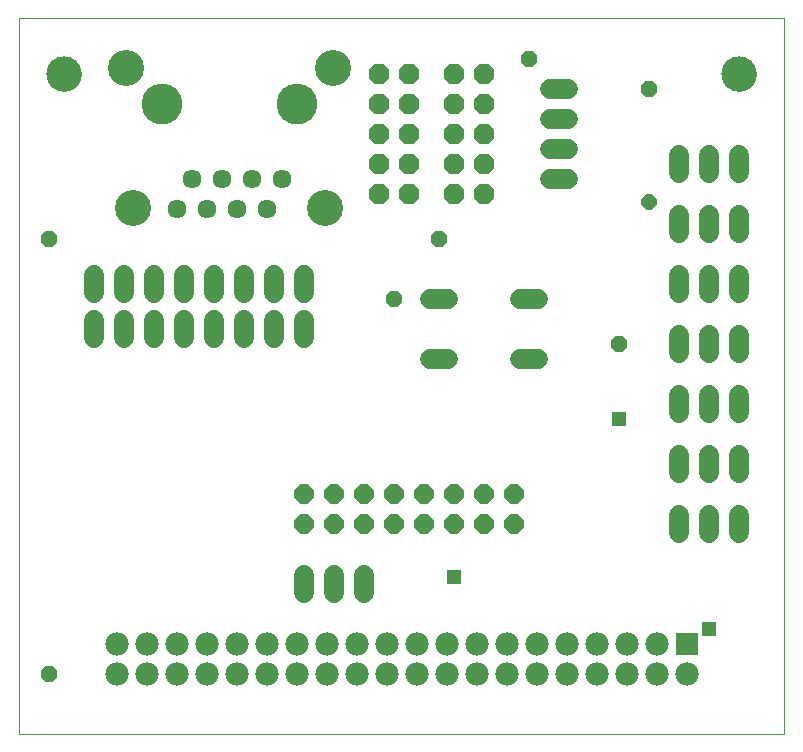
<source format=gbs>
G75*
%MOIN*%
%OFA0B0*%
%FSLAX25Y25*%
%IPPOS*%
%LPD*%
%AMOC8*
5,1,8,0,0,1.08239X$1,22.5*
%
%ADD10C,0.00000*%
%ADD11R,0.07800X0.07800*%
%ADD12C,0.07800*%
%ADD13C,0.06800*%
%ADD14OC8,0.06800*%
%ADD15C,0.11824*%
%ADD16OC8,0.06400*%
%ADD17C,0.06343*%
%ADD18C,0.12020*%
%ADD19C,0.13600*%
%ADD20R,0.05156X0.05156*%
%ADD21OC8,0.05550*%
%ADD22OC8,0.05156*%
D10*
X0001800Y0001800D02*
X0001800Y0240501D01*
X0256721Y0240501D01*
X0256721Y0001800D01*
X0001800Y0001800D01*
X0042900Y0211800D02*
X0042902Y0211960D01*
X0042908Y0212119D01*
X0042918Y0212278D01*
X0042932Y0212437D01*
X0042950Y0212596D01*
X0042971Y0212754D01*
X0042997Y0212911D01*
X0043027Y0213068D01*
X0043060Y0213224D01*
X0043098Y0213379D01*
X0043139Y0213533D01*
X0043184Y0213686D01*
X0043233Y0213838D01*
X0043286Y0213989D01*
X0043342Y0214138D01*
X0043403Y0214286D01*
X0043466Y0214432D01*
X0043534Y0214577D01*
X0043605Y0214720D01*
X0043679Y0214861D01*
X0043757Y0215000D01*
X0043839Y0215137D01*
X0043924Y0215272D01*
X0044012Y0215405D01*
X0044104Y0215536D01*
X0044198Y0215664D01*
X0044296Y0215790D01*
X0044397Y0215914D01*
X0044501Y0216035D01*
X0044608Y0216153D01*
X0044718Y0216269D01*
X0044831Y0216382D01*
X0044947Y0216492D01*
X0045065Y0216599D01*
X0045186Y0216703D01*
X0045310Y0216804D01*
X0045436Y0216902D01*
X0045564Y0216996D01*
X0045695Y0217088D01*
X0045828Y0217176D01*
X0045963Y0217261D01*
X0046100Y0217343D01*
X0046239Y0217421D01*
X0046380Y0217495D01*
X0046523Y0217566D01*
X0046668Y0217634D01*
X0046814Y0217697D01*
X0046962Y0217758D01*
X0047111Y0217814D01*
X0047262Y0217867D01*
X0047414Y0217916D01*
X0047567Y0217961D01*
X0047721Y0218002D01*
X0047876Y0218040D01*
X0048032Y0218073D01*
X0048189Y0218103D01*
X0048346Y0218129D01*
X0048504Y0218150D01*
X0048663Y0218168D01*
X0048822Y0218182D01*
X0048981Y0218192D01*
X0049140Y0218198D01*
X0049300Y0218200D01*
X0049460Y0218198D01*
X0049619Y0218192D01*
X0049778Y0218182D01*
X0049937Y0218168D01*
X0050096Y0218150D01*
X0050254Y0218129D01*
X0050411Y0218103D01*
X0050568Y0218073D01*
X0050724Y0218040D01*
X0050879Y0218002D01*
X0051033Y0217961D01*
X0051186Y0217916D01*
X0051338Y0217867D01*
X0051489Y0217814D01*
X0051638Y0217758D01*
X0051786Y0217697D01*
X0051932Y0217634D01*
X0052077Y0217566D01*
X0052220Y0217495D01*
X0052361Y0217421D01*
X0052500Y0217343D01*
X0052637Y0217261D01*
X0052772Y0217176D01*
X0052905Y0217088D01*
X0053036Y0216996D01*
X0053164Y0216902D01*
X0053290Y0216804D01*
X0053414Y0216703D01*
X0053535Y0216599D01*
X0053653Y0216492D01*
X0053769Y0216382D01*
X0053882Y0216269D01*
X0053992Y0216153D01*
X0054099Y0216035D01*
X0054203Y0215914D01*
X0054304Y0215790D01*
X0054402Y0215664D01*
X0054496Y0215536D01*
X0054588Y0215405D01*
X0054676Y0215272D01*
X0054761Y0215137D01*
X0054843Y0215000D01*
X0054921Y0214861D01*
X0054995Y0214720D01*
X0055066Y0214577D01*
X0055134Y0214432D01*
X0055197Y0214286D01*
X0055258Y0214138D01*
X0055314Y0213989D01*
X0055367Y0213838D01*
X0055416Y0213686D01*
X0055461Y0213533D01*
X0055502Y0213379D01*
X0055540Y0213224D01*
X0055573Y0213068D01*
X0055603Y0212911D01*
X0055629Y0212754D01*
X0055650Y0212596D01*
X0055668Y0212437D01*
X0055682Y0212278D01*
X0055692Y0212119D01*
X0055698Y0211960D01*
X0055700Y0211800D01*
X0055698Y0211640D01*
X0055692Y0211481D01*
X0055682Y0211322D01*
X0055668Y0211163D01*
X0055650Y0211004D01*
X0055629Y0210846D01*
X0055603Y0210689D01*
X0055573Y0210532D01*
X0055540Y0210376D01*
X0055502Y0210221D01*
X0055461Y0210067D01*
X0055416Y0209914D01*
X0055367Y0209762D01*
X0055314Y0209611D01*
X0055258Y0209462D01*
X0055197Y0209314D01*
X0055134Y0209168D01*
X0055066Y0209023D01*
X0054995Y0208880D01*
X0054921Y0208739D01*
X0054843Y0208600D01*
X0054761Y0208463D01*
X0054676Y0208328D01*
X0054588Y0208195D01*
X0054496Y0208064D01*
X0054402Y0207936D01*
X0054304Y0207810D01*
X0054203Y0207686D01*
X0054099Y0207565D01*
X0053992Y0207447D01*
X0053882Y0207331D01*
X0053769Y0207218D01*
X0053653Y0207108D01*
X0053535Y0207001D01*
X0053414Y0206897D01*
X0053290Y0206796D01*
X0053164Y0206698D01*
X0053036Y0206604D01*
X0052905Y0206512D01*
X0052772Y0206424D01*
X0052637Y0206339D01*
X0052500Y0206257D01*
X0052361Y0206179D01*
X0052220Y0206105D01*
X0052077Y0206034D01*
X0051932Y0205966D01*
X0051786Y0205903D01*
X0051638Y0205842D01*
X0051489Y0205786D01*
X0051338Y0205733D01*
X0051186Y0205684D01*
X0051033Y0205639D01*
X0050879Y0205598D01*
X0050724Y0205560D01*
X0050568Y0205527D01*
X0050411Y0205497D01*
X0050254Y0205471D01*
X0050096Y0205450D01*
X0049937Y0205432D01*
X0049778Y0205418D01*
X0049619Y0205408D01*
X0049460Y0205402D01*
X0049300Y0205400D01*
X0049140Y0205402D01*
X0048981Y0205408D01*
X0048822Y0205418D01*
X0048663Y0205432D01*
X0048504Y0205450D01*
X0048346Y0205471D01*
X0048189Y0205497D01*
X0048032Y0205527D01*
X0047876Y0205560D01*
X0047721Y0205598D01*
X0047567Y0205639D01*
X0047414Y0205684D01*
X0047262Y0205733D01*
X0047111Y0205786D01*
X0046962Y0205842D01*
X0046814Y0205903D01*
X0046668Y0205966D01*
X0046523Y0206034D01*
X0046380Y0206105D01*
X0046239Y0206179D01*
X0046100Y0206257D01*
X0045963Y0206339D01*
X0045828Y0206424D01*
X0045695Y0206512D01*
X0045564Y0206604D01*
X0045436Y0206698D01*
X0045310Y0206796D01*
X0045186Y0206897D01*
X0045065Y0207001D01*
X0044947Y0207108D01*
X0044831Y0207218D01*
X0044718Y0207331D01*
X0044608Y0207447D01*
X0044501Y0207565D01*
X0044397Y0207686D01*
X0044296Y0207810D01*
X0044198Y0207936D01*
X0044104Y0208064D01*
X0044012Y0208195D01*
X0043924Y0208328D01*
X0043839Y0208463D01*
X0043757Y0208600D01*
X0043679Y0208739D01*
X0043605Y0208880D01*
X0043534Y0209023D01*
X0043466Y0209168D01*
X0043403Y0209314D01*
X0043342Y0209462D01*
X0043286Y0209611D01*
X0043233Y0209762D01*
X0043184Y0209914D01*
X0043139Y0210067D01*
X0043098Y0210221D01*
X0043060Y0210376D01*
X0043027Y0210532D01*
X0042997Y0210689D01*
X0042971Y0210846D01*
X0042950Y0211004D01*
X0042932Y0211163D01*
X0042918Y0211322D01*
X0042908Y0211481D01*
X0042902Y0211640D01*
X0042900Y0211800D01*
X0011288Y0221800D02*
X0011290Y0221948D01*
X0011296Y0222096D01*
X0011306Y0222244D01*
X0011320Y0222391D01*
X0011338Y0222538D01*
X0011359Y0222684D01*
X0011385Y0222830D01*
X0011415Y0222975D01*
X0011448Y0223119D01*
X0011486Y0223262D01*
X0011527Y0223404D01*
X0011572Y0223545D01*
X0011620Y0223685D01*
X0011673Y0223824D01*
X0011729Y0223961D01*
X0011789Y0224096D01*
X0011852Y0224230D01*
X0011919Y0224362D01*
X0011990Y0224492D01*
X0012064Y0224620D01*
X0012141Y0224746D01*
X0012222Y0224870D01*
X0012306Y0224992D01*
X0012393Y0225111D01*
X0012484Y0225228D01*
X0012578Y0225343D01*
X0012674Y0225455D01*
X0012774Y0225565D01*
X0012876Y0225671D01*
X0012982Y0225775D01*
X0013090Y0225876D01*
X0013201Y0225974D01*
X0013314Y0226070D01*
X0013430Y0226162D01*
X0013548Y0226251D01*
X0013669Y0226336D01*
X0013792Y0226419D01*
X0013917Y0226498D01*
X0014044Y0226574D01*
X0014173Y0226646D01*
X0014304Y0226715D01*
X0014437Y0226780D01*
X0014572Y0226841D01*
X0014708Y0226899D01*
X0014845Y0226954D01*
X0014984Y0227004D01*
X0015125Y0227051D01*
X0015266Y0227094D01*
X0015409Y0227134D01*
X0015553Y0227169D01*
X0015697Y0227201D01*
X0015843Y0227228D01*
X0015989Y0227252D01*
X0016136Y0227272D01*
X0016283Y0227288D01*
X0016430Y0227300D01*
X0016578Y0227308D01*
X0016726Y0227312D01*
X0016874Y0227312D01*
X0017022Y0227308D01*
X0017170Y0227300D01*
X0017317Y0227288D01*
X0017464Y0227272D01*
X0017611Y0227252D01*
X0017757Y0227228D01*
X0017903Y0227201D01*
X0018047Y0227169D01*
X0018191Y0227134D01*
X0018334Y0227094D01*
X0018475Y0227051D01*
X0018616Y0227004D01*
X0018755Y0226954D01*
X0018892Y0226899D01*
X0019028Y0226841D01*
X0019163Y0226780D01*
X0019296Y0226715D01*
X0019427Y0226646D01*
X0019556Y0226574D01*
X0019683Y0226498D01*
X0019808Y0226419D01*
X0019931Y0226336D01*
X0020052Y0226251D01*
X0020170Y0226162D01*
X0020286Y0226070D01*
X0020399Y0225974D01*
X0020510Y0225876D01*
X0020618Y0225775D01*
X0020724Y0225671D01*
X0020826Y0225565D01*
X0020926Y0225455D01*
X0021022Y0225343D01*
X0021116Y0225228D01*
X0021207Y0225111D01*
X0021294Y0224992D01*
X0021378Y0224870D01*
X0021459Y0224746D01*
X0021536Y0224620D01*
X0021610Y0224492D01*
X0021681Y0224362D01*
X0021748Y0224230D01*
X0021811Y0224096D01*
X0021871Y0223961D01*
X0021927Y0223824D01*
X0021980Y0223685D01*
X0022028Y0223545D01*
X0022073Y0223404D01*
X0022114Y0223262D01*
X0022152Y0223119D01*
X0022185Y0222975D01*
X0022215Y0222830D01*
X0022241Y0222684D01*
X0022262Y0222538D01*
X0022280Y0222391D01*
X0022294Y0222244D01*
X0022304Y0222096D01*
X0022310Y0221948D01*
X0022312Y0221800D01*
X0022310Y0221652D01*
X0022304Y0221504D01*
X0022294Y0221356D01*
X0022280Y0221209D01*
X0022262Y0221062D01*
X0022241Y0220916D01*
X0022215Y0220770D01*
X0022185Y0220625D01*
X0022152Y0220481D01*
X0022114Y0220338D01*
X0022073Y0220196D01*
X0022028Y0220055D01*
X0021980Y0219915D01*
X0021927Y0219776D01*
X0021871Y0219639D01*
X0021811Y0219504D01*
X0021748Y0219370D01*
X0021681Y0219238D01*
X0021610Y0219108D01*
X0021536Y0218980D01*
X0021459Y0218854D01*
X0021378Y0218730D01*
X0021294Y0218608D01*
X0021207Y0218489D01*
X0021116Y0218372D01*
X0021022Y0218257D01*
X0020926Y0218145D01*
X0020826Y0218035D01*
X0020724Y0217929D01*
X0020618Y0217825D01*
X0020510Y0217724D01*
X0020399Y0217626D01*
X0020286Y0217530D01*
X0020170Y0217438D01*
X0020052Y0217349D01*
X0019931Y0217264D01*
X0019808Y0217181D01*
X0019683Y0217102D01*
X0019556Y0217026D01*
X0019427Y0216954D01*
X0019296Y0216885D01*
X0019163Y0216820D01*
X0019028Y0216759D01*
X0018892Y0216701D01*
X0018755Y0216646D01*
X0018616Y0216596D01*
X0018475Y0216549D01*
X0018334Y0216506D01*
X0018191Y0216466D01*
X0018047Y0216431D01*
X0017903Y0216399D01*
X0017757Y0216372D01*
X0017611Y0216348D01*
X0017464Y0216328D01*
X0017317Y0216312D01*
X0017170Y0216300D01*
X0017022Y0216292D01*
X0016874Y0216288D01*
X0016726Y0216288D01*
X0016578Y0216292D01*
X0016430Y0216300D01*
X0016283Y0216312D01*
X0016136Y0216328D01*
X0015989Y0216348D01*
X0015843Y0216372D01*
X0015697Y0216399D01*
X0015553Y0216431D01*
X0015409Y0216466D01*
X0015266Y0216506D01*
X0015125Y0216549D01*
X0014984Y0216596D01*
X0014845Y0216646D01*
X0014708Y0216701D01*
X0014572Y0216759D01*
X0014437Y0216820D01*
X0014304Y0216885D01*
X0014173Y0216954D01*
X0014044Y0217026D01*
X0013917Y0217102D01*
X0013792Y0217181D01*
X0013669Y0217264D01*
X0013548Y0217349D01*
X0013430Y0217438D01*
X0013314Y0217530D01*
X0013201Y0217626D01*
X0013090Y0217724D01*
X0012982Y0217825D01*
X0012876Y0217929D01*
X0012774Y0218035D01*
X0012674Y0218145D01*
X0012578Y0218257D01*
X0012484Y0218372D01*
X0012393Y0218489D01*
X0012306Y0218608D01*
X0012222Y0218730D01*
X0012141Y0218854D01*
X0012064Y0218980D01*
X0011990Y0219108D01*
X0011919Y0219238D01*
X0011852Y0219370D01*
X0011789Y0219504D01*
X0011729Y0219639D01*
X0011673Y0219776D01*
X0011620Y0219915D01*
X0011572Y0220055D01*
X0011527Y0220196D01*
X0011486Y0220338D01*
X0011448Y0220481D01*
X0011415Y0220625D01*
X0011385Y0220770D01*
X0011359Y0220916D01*
X0011338Y0221062D01*
X0011320Y0221209D01*
X0011306Y0221356D01*
X0011296Y0221504D01*
X0011290Y0221652D01*
X0011288Y0221800D01*
X0087900Y0211800D02*
X0087902Y0211960D01*
X0087908Y0212119D01*
X0087918Y0212278D01*
X0087932Y0212437D01*
X0087950Y0212596D01*
X0087971Y0212754D01*
X0087997Y0212911D01*
X0088027Y0213068D01*
X0088060Y0213224D01*
X0088098Y0213379D01*
X0088139Y0213533D01*
X0088184Y0213686D01*
X0088233Y0213838D01*
X0088286Y0213989D01*
X0088342Y0214138D01*
X0088403Y0214286D01*
X0088466Y0214432D01*
X0088534Y0214577D01*
X0088605Y0214720D01*
X0088679Y0214861D01*
X0088757Y0215000D01*
X0088839Y0215137D01*
X0088924Y0215272D01*
X0089012Y0215405D01*
X0089104Y0215536D01*
X0089198Y0215664D01*
X0089296Y0215790D01*
X0089397Y0215914D01*
X0089501Y0216035D01*
X0089608Y0216153D01*
X0089718Y0216269D01*
X0089831Y0216382D01*
X0089947Y0216492D01*
X0090065Y0216599D01*
X0090186Y0216703D01*
X0090310Y0216804D01*
X0090436Y0216902D01*
X0090564Y0216996D01*
X0090695Y0217088D01*
X0090828Y0217176D01*
X0090963Y0217261D01*
X0091100Y0217343D01*
X0091239Y0217421D01*
X0091380Y0217495D01*
X0091523Y0217566D01*
X0091668Y0217634D01*
X0091814Y0217697D01*
X0091962Y0217758D01*
X0092111Y0217814D01*
X0092262Y0217867D01*
X0092414Y0217916D01*
X0092567Y0217961D01*
X0092721Y0218002D01*
X0092876Y0218040D01*
X0093032Y0218073D01*
X0093189Y0218103D01*
X0093346Y0218129D01*
X0093504Y0218150D01*
X0093663Y0218168D01*
X0093822Y0218182D01*
X0093981Y0218192D01*
X0094140Y0218198D01*
X0094300Y0218200D01*
X0094460Y0218198D01*
X0094619Y0218192D01*
X0094778Y0218182D01*
X0094937Y0218168D01*
X0095096Y0218150D01*
X0095254Y0218129D01*
X0095411Y0218103D01*
X0095568Y0218073D01*
X0095724Y0218040D01*
X0095879Y0218002D01*
X0096033Y0217961D01*
X0096186Y0217916D01*
X0096338Y0217867D01*
X0096489Y0217814D01*
X0096638Y0217758D01*
X0096786Y0217697D01*
X0096932Y0217634D01*
X0097077Y0217566D01*
X0097220Y0217495D01*
X0097361Y0217421D01*
X0097500Y0217343D01*
X0097637Y0217261D01*
X0097772Y0217176D01*
X0097905Y0217088D01*
X0098036Y0216996D01*
X0098164Y0216902D01*
X0098290Y0216804D01*
X0098414Y0216703D01*
X0098535Y0216599D01*
X0098653Y0216492D01*
X0098769Y0216382D01*
X0098882Y0216269D01*
X0098992Y0216153D01*
X0099099Y0216035D01*
X0099203Y0215914D01*
X0099304Y0215790D01*
X0099402Y0215664D01*
X0099496Y0215536D01*
X0099588Y0215405D01*
X0099676Y0215272D01*
X0099761Y0215137D01*
X0099843Y0215000D01*
X0099921Y0214861D01*
X0099995Y0214720D01*
X0100066Y0214577D01*
X0100134Y0214432D01*
X0100197Y0214286D01*
X0100258Y0214138D01*
X0100314Y0213989D01*
X0100367Y0213838D01*
X0100416Y0213686D01*
X0100461Y0213533D01*
X0100502Y0213379D01*
X0100540Y0213224D01*
X0100573Y0213068D01*
X0100603Y0212911D01*
X0100629Y0212754D01*
X0100650Y0212596D01*
X0100668Y0212437D01*
X0100682Y0212278D01*
X0100692Y0212119D01*
X0100698Y0211960D01*
X0100700Y0211800D01*
X0100698Y0211640D01*
X0100692Y0211481D01*
X0100682Y0211322D01*
X0100668Y0211163D01*
X0100650Y0211004D01*
X0100629Y0210846D01*
X0100603Y0210689D01*
X0100573Y0210532D01*
X0100540Y0210376D01*
X0100502Y0210221D01*
X0100461Y0210067D01*
X0100416Y0209914D01*
X0100367Y0209762D01*
X0100314Y0209611D01*
X0100258Y0209462D01*
X0100197Y0209314D01*
X0100134Y0209168D01*
X0100066Y0209023D01*
X0099995Y0208880D01*
X0099921Y0208739D01*
X0099843Y0208600D01*
X0099761Y0208463D01*
X0099676Y0208328D01*
X0099588Y0208195D01*
X0099496Y0208064D01*
X0099402Y0207936D01*
X0099304Y0207810D01*
X0099203Y0207686D01*
X0099099Y0207565D01*
X0098992Y0207447D01*
X0098882Y0207331D01*
X0098769Y0207218D01*
X0098653Y0207108D01*
X0098535Y0207001D01*
X0098414Y0206897D01*
X0098290Y0206796D01*
X0098164Y0206698D01*
X0098036Y0206604D01*
X0097905Y0206512D01*
X0097772Y0206424D01*
X0097637Y0206339D01*
X0097500Y0206257D01*
X0097361Y0206179D01*
X0097220Y0206105D01*
X0097077Y0206034D01*
X0096932Y0205966D01*
X0096786Y0205903D01*
X0096638Y0205842D01*
X0096489Y0205786D01*
X0096338Y0205733D01*
X0096186Y0205684D01*
X0096033Y0205639D01*
X0095879Y0205598D01*
X0095724Y0205560D01*
X0095568Y0205527D01*
X0095411Y0205497D01*
X0095254Y0205471D01*
X0095096Y0205450D01*
X0094937Y0205432D01*
X0094778Y0205418D01*
X0094619Y0205408D01*
X0094460Y0205402D01*
X0094300Y0205400D01*
X0094140Y0205402D01*
X0093981Y0205408D01*
X0093822Y0205418D01*
X0093663Y0205432D01*
X0093504Y0205450D01*
X0093346Y0205471D01*
X0093189Y0205497D01*
X0093032Y0205527D01*
X0092876Y0205560D01*
X0092721Y0205598D01*
X0092567Y0205639D01*
X0092414Y0205684D01*
X0092262Y0205733D01*
X0092111Y0205786D01*
X0091962Y0205842D01*
X0091814Y0205903D01*
X0091668Y0205966D01*
X0091523Y0206034D01*
X0091380Y0206105D01*
X0091239Y0206179D01*
X0091100Y0206257D01*
X0090963Y0206339D01*
X0090828Y0206424D01*
X0090695Y0206512D01*
X0090564Y0206604D01*
X0090436Y0206698D01*
X0090310Y0206796D01*
X0090186Y0206897D01*
X0090065Y0207001D01*
X0089947Y0207108D01*
X0089831Y0207218D01*
X0089718Y0207331D01*
X0089608Y0207447D01*
X0089501Y0207565D01*
X0089397Y0207686D01*
X0089296Y0207810D01*
X0089198Y0207936D01*
X0089104Y0208064D01*
X0089012Y0208195D01*
X0088924Y0208328D01*
X0088839Y0208463D01*
X0088757Y0208600D01*
X0088679Y0208739D01*
X0088605Y0208880D01*
X0088534Y0209023D01*
X0088466Y0209168D01*
X0088403Y0209314D01*
X0088342Y0209462D01*
X0088286Y0209611D01*
X0088233Y0209762D01*
X0088184Y0209914D01*
X0088139Y0210067D01*
X0088098Y0210221D01*
X0088060Y0210376D01*
X0088027Y0210532D01*
X0087997Y0210689D01*
X0087971Y0210846D01*
X0087950Y0211004D01*
X0087932Y0211163D01*
X0087918Y0211322D01*
X0087908Y0211481D01*
X0087902Y0211640D01*
X0087900Y0211800D01*
X0236288Y0221800D02*
X0236290Y0221948D01*
X0236296Y0222096D01*
X0236306Y0222244D01*
X0236320Y0222391D01*
X0236338Y0222538D01*
X0236359Y0222684D01*
X0236385Y0222830D01*
X0236415Y0222975D01*
X0236448Y0223119D01*
X0236486Y0223262D01*
X0236527Y0223404D01*
X0236572Y0223545D01*
X0236620Y0223685D01*
X0236673Y0223824D01*
X0236729Y0223961D01*
X0236789Y0224096D01*
X0236852Y0224230D01*
X0236919Y0224362D01*
X0236990Y0224492D01*
X0237064Y0224620D01*
X0237141Y0224746D01*
X0237222Y0224870D01*
X0237306Y0224992D01*
X0237393Y0225111D01*
X0237484Y0225228D01*
X0237578Y0225343D01*
X0237674Y0225455D01*
X0237774Y0225565D01*
X0237876Y0225671D01*
X0237982Y0225775D01*
X0238090Y0225876D01*
X0238201Y0225974D01*
X0238314Y0226070D01*
X0238430Y0226162D01*
X0238548Y0226251D01*
X0238669Y0226336D01*
X0238792Y0226419D01*
X0238917Y0226498D01*
X0239044Y0226574D01*
X0239173Y0226646D01*
X0239304Y0226715D01*
X0239437Y0226780D01*
X0239572Y0226841D01*
X0239708Y0226899D01*
X0239845Y0226954D01*
X0239984Y0227004D01*
X0240125Y0227051D01*
X0240266Y0227094D01*
X0240409Y0227134D01*
X0240553Y0227169D01*
X0240697Y0227201D01*
X0240843Y0227228D01*
X0240989Y0227252D01*
X0241136Y0227272D01*
X0241283Y0227288D01*
X0241430Y0227300D01*
X0241578Y0227308D01*
X0241726Y0227312D01*
X0241874Y0227312D01*
X0242022Y0227308D01*
X0242170Y0227300D01*
X0242317Y0227288D01*
X0242464Y0227272D01*
X0242611Y0227252D01*
X0242757Y0227228D01*
X0242903Y0227201D01*
X0243047Y0227169D01*
X0243191Y0227134D01*
X0243334Y0227094D01*
X0243475Y0227051D01*
X0243616Y0227004D01*
X0243755Y0226954D01*
X0243892Y0226899D01*
X0244028Y0226841D01*
X0244163Y0226780D01*
X0244296Y0226715D01*
X0244427Y0226646D01*
X0244556Y0226574D01*
X0244683Y0226498D01*
X0244808Y0226419D01*
X0244931Y0226336D01*
X0245052Y0226251D01*
X0245170Y0226162D01*
X0245286Y0226070D01*
X0245399Y0225974D01*
X0245510Y0225876D01*
X0245618Y0225775D01*
X0245724Y0225671D01*
X0245826Y0225565D01*
X0245926Y0225455D01*
X0246022Y0225343D01*
X0246116Y0225228D01*
X0246207Y0225111D01*
X0246294Y0224992D01*
X0246378Y0224870D01*
X0246459Y0224746D01*
X0246536Y0224620D01*
X0246610Y0224492D01*
X0246681Y0224362D01*
X0246748Y0224230D01*
X0246811Y0224096D01*
X0246871Y0223961D01*
X0246927Y0223824D01*
X0246980Y0223685D01*
X0247028Y0223545D01*
X0247073Y0223404D01*
X0247114Y0223262D01*
X0247152Y0223119D01*
X0247185Y0222975D01*
X0247215Y0222830D01*
X0247241Y0222684D01*
X0247262Y0222538D01*
X0247280Y0222391D01*
X0247294Y0222244D01*
X0247304Y0222096D01*
X0247310Y0221948D01*
X0247312Y0221800D01*
X0247310Y0221652D01*
X0247304Y0221504D01*
X0247294Y0221356D01*
X0247280Y0221209D01*
X0247262Y0221062D01*
X0247241Y0220916D01*
X0247215Y0220770D01*
X0247185Y0220625D01*
X0247152Y0220481D01*
X0247114Y0220338D01*
X0247073Y0220196D01*
X0247028Y0220055D01*
X0246980Y0219915D01*
X0246927Y0219776D01*
X0246871Y0219639D01*
X0246811Y0219504D01*
X0246748Y0219370D01*
X0246681Y0219238D01*
X0246610Y0219108D01*
X0246536Y0218980D01*
X0246459Y0218854D01*
X0246378Y0218730D01*
X0246294Y0218608D01*
X0246207Y0218489D01*
X0246116Y0218372D01*
X0246022Y0218257D01*
X0245926Y0218145D01*
X0245826Y0218035D01*
X0245724Y0217929D01*
X0245618Y0217825D01*
X0245510Y0217724D01*
X0245399Y0217626D01*
X0245286Y0217530D01*
X0245170Y0217438D01*
X0245052Y0217349D01*
X0244931Y0217264D01*
X0244808Y0217181D01*
X0244683Y0217102D01*
X0244556Y0217026D01*
X0244427Y0216954D01*
X0244296Y0216885D01*
X0244163Y0216820D01*
X0244028Y0216759D01*
X0243892Y0216701D01*
X0243755Y0216646D01*
X0243616Y0216596D01*
X0243475Y0216549D01*
X0243334Y0216506D01*
X0243191Y0216466D01*
X0243047Y0216431D01*
X0242903Y0216399D01*
X0242757Y0216372D01*
X0242611Y0216348D01*
X0242464Y0216328D01*
X0242317Y0216312D01*
X0242170Y0216300D01*
X0242022Y0216292D01*
X0241874Y0216288D01*
X0241726Y0216288D01*
X0241578Y0216292D01*
X0241430Y0216300D01*
X0241283Y0216312D01*
X0241136Y0216328D01*
X0240989Y0216348D01*
X0240843Y0216372D01*
X0240697Y0216399D01*
X0240553Y0216431D01*
X0240409Y0216466D01*
X0240266Y0216506D01*
X0240125Y0216549D01*
X0239984Y0216596D01*
X0239845Y0216646D01*
X0239708Y0216701D01*
X0239572Y0216759D01*
X0239437Y0216820D01*
X0239304Y0216885D01*
X0239173Y0216954D01*
X0239044Y0217026D01*
X0238917Y0217102D01*
X0238792Y0217181D01*
X0238669Y0217264D01*
X0238548Y0217349D01*
X0238430Y0217438D01*
X0238314Y0217530D01*
X0238201Y0217626D01*
X0238090Y0217724D01*
X0237982Y0217825D01*
X0237876Y0217929D01*
X0237774Y0218035D01*
X0237674Y0218145D01*
X0237578Y0218257D01*
X0237484Y0218372D01*
X0237393Y0218489D01*
X0237306Y0218608D01*
X0237222Y0218730D01*
X0237141Y0218854D01*
X0237064Y0218980D01*
X0236990Y0219108D01*
X0236919Y0219238D01*
X0236852Y0219370D01*
X0236789Y0219504D01*
X0236729Y0219639D01*
X0236673Y0219776D01*
X0236620Y0219915D01*
X0236572Y0220055D01*
X0236527Y0220196D01*
X0236486Y0220338D01*
X0236448Y0220481D01*
X0236415Y0220625D01*
X0236385Y0220770D01*
X0236359Y0220916D01*
X0236338Y0221062D01*
X0236320Y0221209D01*
X0236306Y0221356D01*
X0236296Y0221504D01*
X0236290Y0221652D01*
X0236288Y0221800D01*
D11*
X0224300Y0031800D03*
D12*
X0214300Y0031800D03*
X0204300Y0031800D03*
X0194300Y0031800D03*
X0184300Y0031800D03*
X0174300Y0031800D03*
X0164300Y0031800D03*
X0154300Y0031800D03*
X0144300Y0031800D03*
X0134300Y0031800D03*
X0124300Y0031800D03*
X0114300Y0031800D03*
X0104300Y0031800D03*
X0094300Y0031800D03*
X0084300Y0031800D03*
X0074300Y0031800D03*
X0064300Y0031800D03*
X0054300Y0031800D03*
X0044300Y0031800D03*
X0034300Y0031800D03*
X0034300Y0021800D03*
X0044300Y0021800D03*
X0054300Y0021800D03*
X0064300Y0021800D03*
X0074300Y0021800D03*
X0084300Y0021800D03*
X0094300Y0021800D03*
X0104300Y0021800D03*
X0114300Y0021800D03*
X0124300Y0021800D03*
X0134300Y0021800D03*
X0144300Y0021800D03*
X0154300Y0021800D03*
X0164300Y0021800D03*
X0174300Y0021800D03*
X0184300Y0021800D03*
X0194300Y0021800D03*
X0204300Y0021800D03*
X0214300Y0021800D03*
X0224300Y0021800D03*
D13*
X0221800Y0068800D02*
X0221800Y0074800D01*
X0231800Y0074800D02*
X0231800Y0068800D01*
X0241800Y0068800D02*
X0241800Y0074800D01*
X0241800Y0088800D02*
X0241800Y0094800D01*
X0231800Y0094800D02*
X0231800Y0088800D01*
X0221800Y0088800D02*
X0221800Y0094800D01*
X0221800Y0108800D02*
X0221800Y0114800D01*
X0231800Y0114800D02*
X0231800Y0108800D01*
X0241800Y0108800D02*
X0241800Y0114800D01*
X0241800Y0128800D02*
X0241800Y0134800D01*
X0231800Y0134800D02*
X0231800Y0128800D01*
X0221800Y0128800D02*
X0221800Y0134800D01*
X0221800Y0148800D02*
X0221800Y0154800D01*
X0231800Y0154800D02*
X0231800Y0148800D01*
X0241800Y0148800D02*
X0241800Y0154800D01*
X0241800Y0168800D02*
X0241800Y0174800D01*
X0231800Y0174800D02*
X0231800Y0168800D01*
X0221800Y0168800D02*
X0221800Y0174800D01*
X0221800Y0188800D02*
X0221800Y0194800D01*
X0231800Y0194800D02*
X0231800Y0188800D01*
X0241800Y0188800D02*
X0241800Y0194800D01*
X0184800Y0196800D02*
X0178800Y0196800D01*
X0178800Y0186800D02*
X0184800Y0186800D01*
X0184800Y0206800D02*
X0178800Y0206800D01*
X0178800Y0216800D02*
X0184800Y0216800D01*
X0174800Y0146800D02*
X0168800Y0146800D01*
X0168800Y0126800D02*
X0174800Y0126800D01*
X0144800Y0126800D02*
X0138800Y0126800D01*
X0138800Y0146800D02*
X0144800Y0146800D01*
X0096800Y0148800D02*
X0096800Y0154800D01*
X0086800Y0154800D02*
X0086800Y0148800D01*
X0086800Y0139800D02*
X0086800Y0133800D01*
X0076800Y0133800D02*
X0076800Y0139800D01*
X0076800Y0148800D02*
X0076800Y0154800D01*
X0066800Y0154800D02*
X0066800Y0148800D01*
X0066800Y0139800D02*
X0066800Y0133800D01*
X0056800Y0133800D02*
X0056800Y0139800D01*
X0046800Y0139800D02*
X0046800Y0133800D01*
X0036800Y0133800D02*
X0036800Y0139800D01*
X0036800Y0148800D02*
X0036800Y0154800D01*
X0026800Y0154800D02*
X0026800Y0148800D01*
X0026800Y0139800D02*
X0026800Y0133800D01*
X0046800Y0148800D02*
X0046800Y0154800D01*
X0056800Y0154800D02*
X0056800Y0148800D01*
X0096800Y0139800D02*
X0096800Y0133800D01*
X0096800Y0054800D02*
X0096800Y0048800D01*
X0106800Y0048800D02*
X0106800Y0054800D01*
X0116800Y0054800D02*
X0116800Y0048800D01*
D14*
X0121800Y0181800D03*
X0131800Y0181800D03*
X0131800Y0191800D03*
X0121800Y0191800D03*
X0121800Y0201800D03*
X0131800Y0201800D03*
X0131800Y0211800D03*
X0121800Y0211800D03*
X0121800Y0221800D03*
X0131800Y0221800D03*
X0146800Y0221800D03*
X0146800Y0211800D03*
X0146800Y0201800D03*
X0146800Y0191800D03*
X0146800Y0181800D03*
X0156800Y0181800D03*
X0156800Y0191800D03*
X0156800Y0201800D03*
X0156800Y0211800D03*
X0156800Y0221800D03*
D15*
X0241800Y0221800D03*
X0016800Y0221800D03*
D16*
X0096800Y0081800D03*
X0096800Y0071800D03*
X0106800Y0071800D03*
X0106800Y0081800D03*
X0116800Y0081800D03*
X0116800Y0071800D03*
X0126800Y0071800D03*
X0136800Y0071800D03*
X0136800Y0081800D03*
X0126800Y0081800D03*
X0146800Y0081800D03*
X0146800Y0071800D03*
X0156800Y0071800D03*
X0156800Y0081800D03*
X0166800Y0081800D03*
X0166800Y0071800D03*
D17*
X0084300Y0176800D03*
X0074300Y0176800D03*
X0064300Y0176800D03*
X0054300Y0176800D03*
X0059300Y0186800D03*
X0069300Y0186800D03*
X0079300Y0186800D03*
X0089300Y0186800D03*
D18*
X0103800Y0177312D03*
X0106300Y0223800D03*
X0039800Y0177312D03*
X0037300Y0223800D03*
D19*
X0049300Y0211800D03*
X0094300Y0211800D03*
D20*
X0201800Y0106800D03*
X0146800Y0054300D03*
X0231800Y0036800D03*
D21*
X0201800Y0131800D03*
X0141800Y0166800D03*
X0126800Y0146800D03*
X0211800Y0216800D03*
X0171800Y0226800D03*
X0011800Y0166800D03*
X0011800Y0021800D03*
D22*
X0211800Y0179300D03*
M02*

</source>
